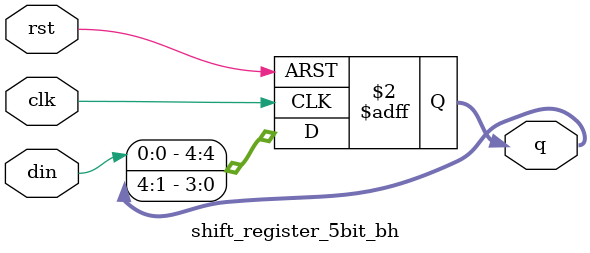
<source format=v>
`timescale 1ns/100ps
module shift_register_5bit_bh(q,din,clk,rst);
  input din,clk,rst;
  output reg [4:0]q;
  
  always @ (posedge clk,posedge rst)
    if(rst)
      q<=5'b00000;
  else
    q<={din,q[4:1]};//shift right: new bit in q[4],q[4] in q[3] and so on
  
endmodule
  
  
  

</source>
